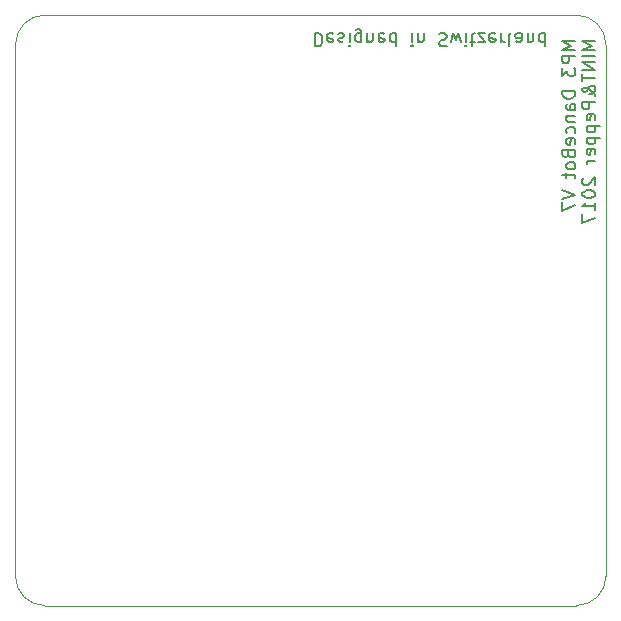
<source format=gbr>
G04 #@! TF.FileFunction,Legend,Bot*
%FSLAX46Y46*%
G04 Gerber Fmt 4.6, Leading zero omitted, Abs format (unit mm)*
G04 Created by KiCad (PCBNEW 4.0.2+dfsg1-stable) date Mon 02 Okt 2017 19:03:43 CEST*
%MOMM*%
G01*
G04 APERTURE LIST*
%ADD10C,0.100000*%
%ADD11C,0.170000*%
G04 APERTURE END LIST*
D10*
D11*
X25357144Y48447619D02*
X25357144Y47347619D01*
X25619049Y47347619D01*
X25776191Y47400000D01*
X25880953Y47504762D01*
X25933334Y47609524D01*
X25985715Y47819048D01*
X25985715Y47976190D01*
X25933334Y48185714D01*
X25880953Y48290476D01*
X25776191Y48395238D01*
X25619049Y48447619D01*
X25357144Y48447619D01*
X26876191Y48395238D02*
X26771429Y48447619D01*
X26561906Y48447619D01*
X26457144Y48395238D01*
X26404763Y48290476D01*
X26404763Y47871429D01*
X26457144Y47766667D01*
X26561906Y47714286D01*
X26771429Y47714286D01*
X26876191Y47766667D01*
X26928572Y47871429D01*
X26928572Y47976190D01*
X26404763Y48080952D01*
X27347620Y48395238D02*
X27452382Y48447619D01*
X27661906Y48447619D01*
X27766667Y48395238D01*
X27819048Y48290476D01*
X27819048Y48238095D01*
X27766667Y48133333D01*
X27661906Y48080952D01*
X27504763Y48080952D01*
X27400001Y48028571D01*
X27347620Y47923810D01*
X27347620Y47871429D01*
X27400001Y47766667D01*
X27504763Y47714286D01*
X27661906Y47714286D01*
X27766667Y47766667D01*
X28290477Y48447619D02*
X28290477Y47714286D01*
X28290477Y47347619D02*
X28238096Y47400000D01*
X28290477Y47452381D01*
X28342858Y47400000D01*
X28290477Y47347619D01*
X28290477Y47452381D01*
X29285715Y47714286D02*
X29285715Y48604762D01*
X29233334Y48709524D01*
X29180953Y48761905D01*
X29076192Y48814286D01*
X28919049Y48814286D01*
X28814287Y48761905D01*
X29285715Y48395238D02*
X29180953Y48447619D01*
X28971430Y48447619D01*
X28866668Y48395238D01*
X28814287Y48342857D01*
X28761906Y48238095D01*
X28761906Y47923810D01*
X28814287Y47819048D01*
X28866668Y47766667D01*
X28971430Y47714286D01*
X29180953Y47714286D01*
X29285715Y47766667D01*
X29809525Y47714286D02*
X29809525Y48447619D01*
X29809525Y47819048D02*
X29861906Y47766667D01*
X29966668Y47714286D01*
X30123810Y47714286D01*
X30228572Y47766667D01*
X30280953Y47871429D01*
X30280953Y48447619D01*
X31223810Y48395238D02*
X31119048Y48447619D01*
X30909525Y48447619D01*
X30804763Y48395238D01*
X30752382Y48290476D01*
X30752382Y47871429D01*
X30804763Y47766667D01*
X30909525Y47714286D01*
X31119048Y47714286D01*
X31223810Y47766667D01*
X31276191Y47871429D01*
X31276191Y47976190D01*
X30752382Y48080952D01*
X32219048Y48447619D02*
X32219048Y47347619D01*
X32219048Y48395238D02*
X32114286Y48447619D01*
X31904763Y48447619D01*
X31800001Y48395238D01*
X31747620Y48342857D01*
X31695239Y48238095D01*
X31695239Y47923810D01*
X31747620Y47819048D01*
X31800001Y47766667D01*
X31904763Y47714286D01*
X32114286Y47714286D01*
X32219048Y47766667D01*
X33580953Y48447619D02*
X33580953Y47714286D01*
X33580953Y47347619D02*
X33528572Y47400000D01*
X33580953Y47452381D01*
X33633334Y47400000D01*
X33580953Y47347619D01*
X33580953Y47452381D01*
X34104763Y47714286D02*
X34104763Y48447619D01*
X34104763Y47819048D02*
X34157144Y47766667D01*
X34261906Y47714286D01*
X34419048Y47714286D01*
X34523810Y47766667D01*
X34576191Y47871429D01*
X34576191Y48447619D01*
X35885715Y48395238D02*
X36042858Y48447619D01*
X36304762Y48447619D01*
X36409524Y48395238D01*
X36461905Y48342857D01*
X36514286Y48238095D01*
X36514286Y48133333D01*
X36461905Y48028571D01*
X36409524Y47976190D01*
X36304762Y47923810D01*
X36095239Y47871429D01*
X35990477Y47819048D01*
X35938096Y47766667D01*
X35885715Y47661905D01*
X35885715Y47557143D01*
X35938096Y47452381D01*
X35990477Y47400000D01*
X36095239Y47347619D01*
X36357143Y47347619D01*
X36514286Y47400000D01*
X36880953Y47714286D02*
X37090477Y48447619D01*
X37300000Y47923810D01*
X37509524Y48447619D01*
X37719048Y47714286D01*
X38138096Y48447619D02*
X38138096Y47714286D01*
X38138096Y47347619D02*
X38085715Y47400000D01*
X38138096Y47452381D01*
X38190477Y47400000D01*
X38138096Y47347619D01*
X38138096Y47452381D01*
X38504763Y47714286D02*
X38923811Y47714286D01*
X38661906Y47347619D02*
X38661906Y48290476D01*
X38714287Y48395238D01*
X38819049Y48447619D01*
X38923811Y48447619D01*
X39185715Y47714286D02*
X39761905Y47714286D01*
X39185715Y48447619D01*
X39761905Y48447619D01*
X40600000Y48395238D02*
X40495238Y48447619D01*
X40285715Y48447619D01*
X40180953Y48395238D01*
X40128572Y48290476D01*
X40128572Y47871429D01*
X40180953Y47766667D01*
X40285715Y47714286D01*
X40495238Y47714286D01*
X40600000Y47766667D01*
X40652381Y47871429D01*
X40652381Y47976190D01*
X40128572Y48080952D01*
X41123810Y48447619D02*
X41123810Y47714286D01*
X41123810Y47923810D02*
X41176191Y47819048D01*
X41228572Y47766667D01*
X41333334Y47714286D01*
X41438095Y47714286D01*
X41961905Y48447619D02*
X41857143Y48395238D01*
X41804762Y48290476D01*
X41804762Y47347619D01*
X42852380Y48447619D02*
X42852380Y47871429D01*
X42799999Y47766667D01*
X42695237Y47714286D01*
X42485714Y47714286D01*
X42380952Y47766667D01*
X42852380Y48395238D02*
X42747618Y48447619D01*
X42485714Y48447619D01*
X42380952Y48395238D01*
X42328571Y48290476D01*
X42328571Y48185714D01*
X42380952Y48080952D01*
X42485714Y48028571D01*
X42747618Y48028571D01*
X42852380Y47976190D01*
X43376190Y47714286D02*
X43376190Y48447619D01*
X43376190Y47819048D02*
X43428571Y47766667D01*
X43533333Y47714286D01*
X43690475Y47714286D01*
X43795237Y47766667D01*
X43847618Y47871429D01*
X43847618Y48447619D01*
X44842856Y48447619D02*
X44842856Y47347619D01*
X44842856Y48395238D02*
X44738094Y48447619D01*
X44528571Y48447619D01*
X44423809Y48395238D01*
X44371428Y48342857D01*
X44319047Y48238095D01*
X44319047Y47923810D01*
X44371428Y47819048D01*
X44423809Y47766667D01*
X44528571Y47714286D01*
X44738094Y47714286D01*
X44842856Y47766667D01*
X47392619Y47788095D02*
X46292619Y47788095D01*
X47078333Y47421429D01*
X46292619Y47054762D01*
X47392619Y47054762D01*
X47392619Y46530952D02*
X46292619Y46530952D01*
X46292619Y46111905D01*
X46345000Y46007143D01*
X46397381Y45954762D01*
X46502143Y45902381D01*
X46659286Y45902381D01*
X46764048Y45954762D01*
X46816429Y46007143D01*
X46868810Y46111905D01*
X46868810Y46530952D01*
X46292619Y45535714D02*
X46292619Y44854762D01*
X46711667Y45221428D01*
X46711667Y45064286D01*
X46764048Y44959524D01*
X46816429Y44907143D01*
X46921190Y44854762D01*
X47183095Y44854762D01*
X47287857Y44907143D01*
X47340238Y44959524D01*
X47392619Y45064286D01*
X47392619Y45378571D01*
X47340238Y45483333D01*
X47287857Y45535714D01*
X47392619Y43545238D02*
X46292619Y43545238D01*
X46292619Y43283333D01*
X46345000Y43126191D01*
X46449762Y43021429D01*
X46554524Y42969048D01*
X46764048Y42916667D01*
X46921190Y42916667D01*
X47130714Y42969048D01*
X47235476Y43021429D01*
X47340238Y43126191D01*
X47392619Y43283333D01*
X47392619Y43545238D01*
X47392619Y41973810D02*
X46816429Y41973810D01*
X46711667Y42026191D01*
X46659286Y42130953D01*
X46659286Y42340476D01*
X46711667Y42445238D01*
X47340238Y41973810D02*
X47392619Y42078572D01*
X47392619Y42340476D01*
X47340238Y42445238D01*
X47235476Y42497619D01*
X47130714Y42497619D01*
X47025952Y42445238D01*
X46973571Y42340476D01*
X46973571Y42078572D01*
X46921190Y41973810D01*
X46659286Y41450000D02*
X47392619Y41450000D01*
X46764048Y41450000D02*
X46711667Y41397619D01*
X46659286Y41292857D01*
X46659286Y41135715D01*
X46711667Y41030953D01*
X46816429Y40978572D01*
X47392619Y40978572D01*
X47340238Y39983334D02*
X47392619Y40088096D01*
X47392619Y40297619D01*
X47340238Y40402381D01*
X47287857Y40454762D01*
X47183095Y40507143D01*
X46868810Y40507143D01*
X46764048Y40454762D01*
X46711667Y40402381D01*
X46659286Y40297619D01*
X46659286Y40088096D01*
X46711667Y39983334D01*
X47340238Y39092858D02*
X47392619Y39197620D01*
X47392619Y39407143D01*
X47340238Y39511905D01*
X47235476Y39564286D01*
X46816429Y39564286D01*
X46711667Y39511905D01*
X46659286Y39407143D01*
X46659286Y39197620D01*
X46711667Y39092858D01*
X46816429Y39040477D01*
X46921190Y39040477D01*
X47025952Y39564286D01*
X46816429Y38202382D02*
X46868810Y38045239D01*
X46921190Y37992858D01*
X47025952Y37940477D01*
X47183095Y37940477D01*
X47287857Y37992858D01*
X47340238Y38045239D01*
X47392619Y38150001D01*
X47392619Y38569048D01*
X46292619Y38569048D01*
X46292619Y38202382D01*
X46345000Y38097620D01*
X46397381Y38045239D01*
X46502143Y37992858D01*
X46606905Y37992858D01*
X46711667Y38045239D01*
X46764048Y38097620D01*
X46816429Y38202382D01*
X46816429Y38569048D01*
X47392619Y37311905D02*
X47340238Y37416667D01*
X47287857Y37469048D01*
X47183095Y37521429D01*
X46868810Y37521429D01*
X46764048Y37469048D01*
X46711667Y37416667D01*
X46659286Y37311905D01*
X46659286Y37154763D01*
X46711667Y37050001D01*
X46764048Y36997620D01*
X46868810Y36945239D01*
X47183095Y36945239D01*
X47287857Y36997620D01*
X47340238Y37050001D01*
X47392619Y37154763D01*
X47392619Y37311905D01*
X46659286Y36630953D02*
X46659286Y36211905D01*
X46292619Y36473810D02*
X47235476Y36473810D01*
X47340238Y36421429D01*
X47392619Y36316667D01*
X47392619Y36211905D01*
X46292619Y35164287D02*
X47392619Y34797620D01*
X46292619Y34430954D01*
X46292619Y34169049D02*
X46292619Y33435716D01*
X47392619Y33907144D01*
X49102619Y47788095D02*
X48002619Y47788095D01*
X48788333Y47421429D01*
X48002619Y47054762D01*
X49102619Y47054762D01*
X49102619Y46530952D02*
X48002619Y46530952D01*
X49102619Y46007142D02*
X48002619Y46007142D01*
X49102619Y45378571D01*
X48002619Y45378571D01*
X48002619Y45011904D02*
X48002619Y44383333D01*
X49102619Y44697618D02*
X48002619Y44697618D01*
X49102619Y43126190D02*
X49102619Y43178571D01*
X49050238Y43283333D01*
X48893095Y43440476D01*
X48578810Y43702381D01*
X48421667Y43807142D01*
X48264524Y43859523D01*
X48159762Y43859523D01*
X48055000Y43807142D01*
X48002619Y43702381D01*
X48002619Y43650000D01*
X48055000Y43545238D01*
X48159762Y43492857D01*
X48212143Y43492857D01*
X48316905Y43545238D01*
X48369286Y43597619D01*
X48578810Y43911904D01*
X48631190Y43964285D01*
X48735952Y44016666D01*
X48893095Y44016666D01*
X48997857Y43964285D01*
X49050238Y43911904D01*
X49102619Y43807142D01*
X49102619Y43650000D01*
X49050238Y43545238D01*
X48997857Y43492857D01*
X48788333Y43335714D01*
X48631190Y43283333D01*
X48526429Y43283333D01*
X49102619Y42654761D02*
X48002619Y42654761D01*
X48002619Y42235714D01*
X48055000Y42130952D01*
X48107381Y42078571D01*
X48212143Y42026190D01*
X48369286Y42026190D01*
X48474048Y42078571D01*
X48526429Y42130952D01*
X48578810Y42235714D01*
X48578810Y42654761D01*
X49050238Y41135714D02*
X49102619Y41240476D01*
X49102619Y41449999D01*
X49050238Y41554761D01*
X48945476Y41607142D01*
X48526429Y41607142D01*
X48421667Y41554761D01*
X48369286Y41449999D01*
X48369286Y41240476D01*
X48421667Y41135714D01*
X48526429Y41083333D01*
X48631190Y41083333D01*
X48735952Y41607142D01*
X48369286Y40611904D02*
X49469286Y40611904D01*
X48421667Y40611904D02*
X48369286Y40507142D01*
X48369286Y40297619D01*
X48421667Y40192857D01*
X48474048Y40140476D01*
X48578810Y40088095D01*
X48893095Y40088095D01*
X48997857Y40140476D01*
X49050238Y40192857D01*
X49102619Y40297619D01*
X49102619Y40507142D01*
X49050238Y40611904D01*
X48369286Y39616666D02*
X49469286Y39616666D01*
X48421667Y39616666D02*
X48369286Y39511904D01*
X48369286Y39302381D01*
X48421667Y39197619D01*
X48474048Y39145238D01*
X48578810Y39092857D01*
X48893095Y39092857D01*
X48997857Y39145238D01*
X49050238Y39197619D01*
X49102619Y39302381D01*
X49102619Y39511904D01*
X49050238Y39616666D01*
X49050238Y38202381D02*
X49102619Y38307143D01*
X49102619Y38516666D01*
X49050238Y38621428D01*
X48945476Y38673809D01*
X48526429Y38673809D01*
X48421667Y38621428D01*
X48369286Y38516666D01*
X48369286Y38307143D01*
X48421667Y38202381D01*
X48526429Y38150000D01*
X48631190Y38150000D01*
X48735952Y38673809D01*
X49102619Y37678571D02*
X48369286Y37678571D01*
X48578810Y37678571D02*
X48474048Y37626190D01*
X48421667Y37573809D01*
X48369286Y37469047D01*
X48369286Y37364286D01*
X48107381Y36211905D02*
X48055000Y36159524D01*
X48002619Y36054762D01*
X48002619Y35792858D01*
X48055000Y35688096D01*
X48107381Y35635715D01*
X48212143Y35583334D01*
X48316905Y35583334D01*
X48474048Y35635715D01*
X49102619Y36264286D01*
X49102619Y35583334D01*
X48002619Y34902381D02*
X48002619Y34797620D01*
X48055000Y34692858D01*
X48107381Y34640477D01*
X48212143Y34588096D01*
X48421667Y34535715D01*
X48683571Y34535715D01*
X48893095Y34588096D01*
X48997857Y34640477D01*
X49050238Y34692858D01*
X49102619Y34797620D01*
X49102619Y34902381D01*
X49050238Y35007143D01*
X48997857Y35059524D01*
X48893095Y35111905D01*
X48683571Y35164286D01*
X48421667Y35164286D01*
X48212143Y35111905D01*
X48107381Y35059524D01*
X48055000Y35007143D01*
X48002619Y34902381D01*
X49102619Y33488096D02*
X49102619Y34116667D01*
X49102619Y33802381D02*
X48002619Y33802381D01*
X48159762Y33907143D01*
X48264524Y34011905D01*
X48316905Y34116667D01*
X48002619Y33121429D02*
X48002619Y32388096D01*
X49102619Y32859524D01*
D10*
X0Y2500000D02*
G75*
G03X2500000Y0I2500000J0D01*
G01*
X47500000Y0D02*
G75*
G03X50000000Y2500000I0J2500000D01*
G01*
X50000000Y2500000D02*
X50000000Y47500000D01*
X2500000Y0D02*
X47500000Y0D01*
X0Y47500000D02*
X0Y2500000D01*
X50000000Y47500000D02*
G75*
G03X47500000Y50000000I-2500000J0D01*
G01*
X2500000Y50000000D02*
G75*
G03X0Y47500000I0J-2500000D01*
G01*
X2500000Y50000000D02*
X47500000Y50000000D01*
M02*

</source>
